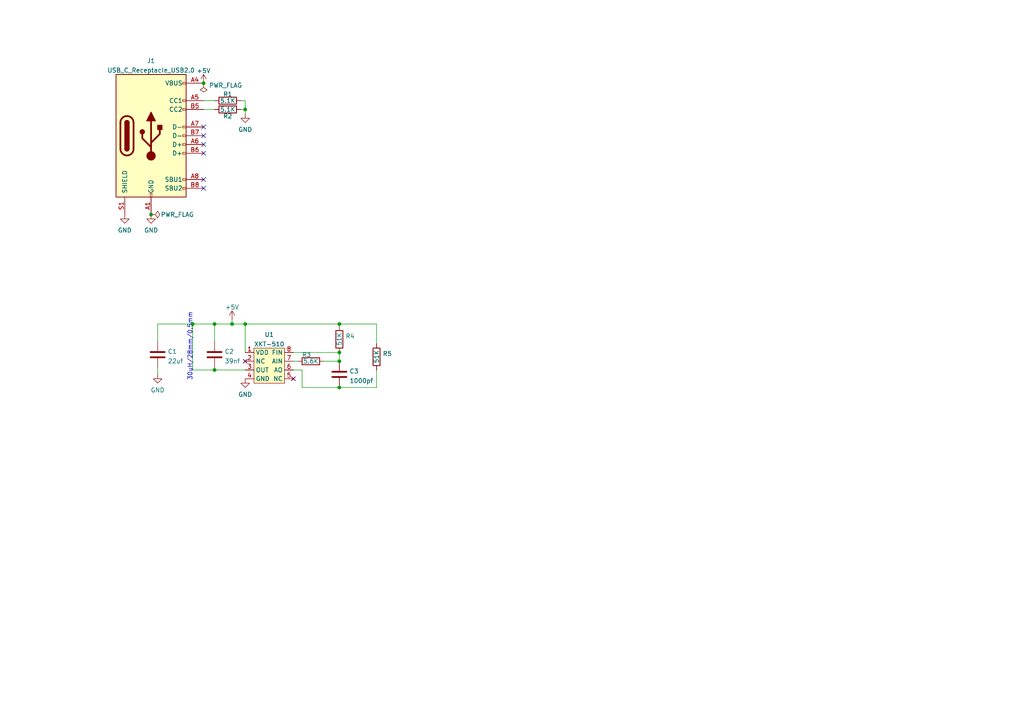
<source format=kicad_sch>
(kicad_sch (version 20210621) (generator eeschema)
  (paper "A4")
  (lib_symbols
    (symbol "Connector:USB_C_Receptacle_USB2.0" (pin_names (offset 1.016))
      (property "Reference" "J" (at -10.16 19.05 0))
      (property "Value" "USB_C_Receptacle_USB2.0" (at 19.05 19.05 0))
      (symbol "USB_C_Receptacle_USB2.0_0_0"
        (rectangle (start -0.254 -17.78) (end 0.254 -16.764))
        (rectangle (start 10.16 -14.986) (end 9.144 -15.494))
        (rectangle (start 10.16 -12.446) (end 9.144 -12.954))
        (rectangle (start 10.16 -4.826) (end 9.144 -5.334))
        (rectangle (start 10.16 -2.286) (end 9.144 -2.794))
        (rectangle (start 10.16 0.254) (end 9.144 -0.254))
        (rectangle (start 10.16 2.794) (end 9.144 2.286))
        (rectangle (start 10.16 7.874) (end 9.144 7.366))
        (rectangle (start 10.16 10.414) (end 9.144 9.906))
        (rectangle (start 10.16 15.494) (end 9.144 14.986))
      )
      (symbol "USB_C_Receptacle_USB2.0_0_1"
        (rectangle (start -10.16 17.78) (end 10.16 -17.78) (stroke (width 0.254)) (fill (type background)))
        (arc (start -8.89 -3.81) (mid -6.985 -5.715) (end -5.08 -3.81) (stroke (width 0.508)))
        (arc (start -7.62 -3.81) (mid -6.985 -4.445) (end -6.35 -3.81) (stroke (width 0.254)))
        (arc (start -7.62 -3.81) (mid -6.985 -4.445) (end -6.35 -3.81) (stroke (width 0.254)) (fill (type outline)))
        (rectangle (start -7.62 -3.81) (end -6.35 3.81) (stroke (width 0.254)) (fill (type outline)))
        (arc (start -6.35 3.81) (mid -6.985 4.445) (end -7.62 3.81) (stroke (width 0.254)))
        (arc (start -6.35 3.81) (mid -6.985 4.445) (end -7.62 3.81) (stroke (width 0.254)) (fill (type outline)))
        (arc (start -5.08 3.81) (mid -6.985 5.715) (end -8.89 3.81) (stroke (width 0.508)))
        (circle (center -2.54 1.143) (radius 0.635) (stroke (width 0.254)) (fill (type outline)))
        (circle (center 0 -5.842) (radius 1.27) (fill (type outline)))
        (polyline (pts (xy -8.89 -3.81) (xy -8.89 3.81)) (stroke (width 0.508)))
        (polyline (pts (xy -5.08 3.81) (xy -5.08 -3.81)) (stroke (width 0.508)))
        (polyline (pts (xy 0 -5.842) (xy 0 4.318)) (stroke (width 0.508)))
        (polyline (pts (xy 0 -3.302) (xy -2.54 -0.762) (xy -2.54 0.508)) (stroke (width 0.508)))
        (polyline (pts (xy 0 -2.032) (xy 2.54 0.508) (xy 2.54 1.778)) (stroke (width 0.508)))
        (polyline (pts (xy -1.27 4.318) (xy 0 6.858) (xy 1.27 4.318) (xy -1.27 4.318)) (stroke (width 0.254)) (fill (type outline)))
        (rectangle (start 1.905 1.778) (end 3.175 3.048) (stroke (width 0.254)) (fill (type outline)))
      )
      (symbol "USB_C_Receptacle_USB2.0_1_1"
        (pin passive line (at 0 -22.86 90) (length 5.08) (name "GND") (number "A1"))
        (pin passive line (at 0 -22.86 90) (length 5.08) hide (name "GND") (number "A12"))
        (pin passive line (at 15.24 15.24 180) (length 5.08) (name "VBUS") (number "A4"))
        (pin bidirectional line (at 15.24 10.16 180) (length 5.08) (name "CC1") (number "A5"))
        (pin bidirectional line (at 15.24 -2.54 180) (length 5.08) (name "D+") (number "A6"))
        (pin bidirectional line (at 15.24 2.54 180) (length 5.08) (name "D-") (number "A7"))
        (pin bidirectional line (at 15.24 -12.7 180) (length 5.08) (name "SBU1") (number "A8"))
        (pin passive line (at 15.24 15.24 180) (length 5.08) hide (name "VBUS") (number "A9"))
        (pin passive line (at 0 -22.86 90) (length 5.08) hide (name "GND") (number "B1"))
        (pin passive line (at 0 -22.86 90) (length 5.08) hide (name "GND") (number "B12"))
        (pin passive line (at 15.24 15.24 180) (length 5.08) hide (name "VBUS") (number "B4"))
        (pin bidirectional line (at 15.24 7.62 180) (length 5.08) (name "CC2") (number "B5"))
        (pin bidirectional line (at 15.24 -5.08 180) (length 5.08) (name "D+") (number "B6"))
        (pin bidirectional line (at 15.24 0 180) (length 5.08) (name "D-") (number "B7"))
        (pin bidirectional line (at 15.24 -15.24 180) (length 5.08) (name "SBU2") (number "B8"))
        (pin passive line (at 15.24 15.24 180) (length 5.08) hide (name "VBUS") (number "B9"))
        (pin passive line (at -7.62 -22.86 90) (length 5.08) (name "SHIELD") (number "S1"))
      )
    )
    (symbol "Device:C" (pin_numbers hide) (pin_names (offset 0.254))
      (property "Reference" "C" (at 0.635 2.54 0))
      (property "Value" "C" (at 0.635 -2.54 0))
      (symbol "C_0_1"
        (polyline (pts (xy -2.032 -0.762) (xy 2.032 -0.762)) (stroke (width 0.508)))
        (polyline (pts (xy -2.032 0.762) (xy 2.032 0.762)) (stroke (width 0.508)))
      )
      (symbol "C_1_1"
        (pin passive line (at 0 3.81 270) (length 2.794) (name "~") (number "1"))
        (pin passive line (at 0 -3.81 90) (length 2.794) (name "~") (number "2"))
      )
    )
    (symbol "Device:R" (pin_numbers hide) (pin_names (offset 0))
      (property "Reference" "R" (at 2.032 0 90))
      (property "Value" "R" (at 0 0 90))
      (symbol "R_0_1"
        (rectangle (start -1.016 -2.54) (end 1.016 2.54) (stroke (width 0.254)))
      )
      (symbol "R_1_1"
        (pin passive line (at 0 3.81 270) (length 1.27) (name "~") (number "1"))
        (pin passive line (at 0 -3.81 90) (length 1.27) (name "~") (number "2"))
      )
    )
    (symbol "chenxuuu_Library:XKT-510"
      (property "Reference" "U" (at 0 0 0))
      (property "Value" "XKT-510" (at 0 0 0))
      (symbol "XKT-510_0_1"
        (rectangle (start -2.54 -2.54) (end 6.35 -12.7) (stroke (width 0.1524)) (fill (type background)))
      )
      (symbol "XKT-510_1_1"
        (pin power_in line (at -5.08 -3.81 0) (length 2.54) (name "VDD") (number "1"))
        (pin no_connect line (at -5.08 -6.35 0) (length 2.54) (name "NC") (number "2"))
        (pin passive line (at -5.08 -8.89 0) (length 2.54) (name "OUT") (number "3"))
        (pin power_in line (at -5.08 -11.43 0) (length 2.54) (name "GND") (number "4"))
        (pin no_connect line (at 8.89 -11.43 180) (length 2.54) (name "NC") (number "5"))
        (pin passive line (at 8.89 -8.89 180) (length 2.54) (name "AO") (number "6"))
        (pin passive line (at 8.89 -6.35 180) (length 2.54) (name "AIN") (number "7"))
        (pin passive line (at 8.89 -3.81 180) (length 2.54) (name "FIN") (number "8"))
      )
    )
    (symbol "power:+5V" (power) (pin_names (offset 0))
      (property "Value" "+5V" (at 0 3.556 0))
      (symbol "+5V_0_1"
        (polyline (pts (xy -0.762 1.27) (xy 0 2.54)))
        (polyline (pts (xy 0 0) (xy 0 2.54)))
        (polyline (pts (xy 0 2.54) (xy 0.762 1.27)))
      )
      (symbol "+5V_1_1"
        (pin power_in line (at 0 0 90) (length 0) hide (name "+5V") (number "1"))
      )
    )
    (symbol "power:GND" (power) (pin_names (offset 0))
      (property "Value" "GND" (at 0 -3.81 0))
      (symbol "GND_0_1"
        (polyline (pts (xy 0 0) (xy 0 -1.27) (xy 1.27 -1.27) (xy 0 -2.54) (xy -1.27 -1.27) (xy 0 -1.27)))
      )
      (symbol "GND_1_1"
        (pin power_in line (at 0 0 270) (length 0) hide (name "GND") (number "1"))
      )
    )
    (symbol "power:PWR_FLAG" (power) (pin_numbers hide) (pin_names (offset 0) hide)
      (property "Value" "PWR_FLAG" (at 0 3.81 0))
      (symbol "PWR_FLAG_0_0"
        (pin power_out line (at 0 0 90) (length 0) (name "pwr") (number "1"))
      )
      (symbol "PWR_FLAG_0_1"
        (polyline (pts (xy 0 0) (xy 0 1.27) (xy -1.016 1.905) (xy 0 2.54) (xy 1.016 1.905) (xy 0 1.27)))
      )
    )
  )
  (junction (at 67.31 93.98))
  (junction (at 43.815 62.23))
  (junction (at 71.12 31.75))
  (junction (at 98.425 102.235))
  (junction (at 98.425 93.98))
  (junction (at 59.055 24.13))
  (junction (at 55.88 93.98))
  (junction (at 98.425 104.775))
  (junction (at 71.12 93.98))
  (junction (at 98.425 112.395))
  (junction (at 62.23 93.98))
  (junction (at 62.23 107.315))
  (no_connect (at 59.055 44.45))
  (no_connect (at 59.055 41.91))
  (no_connect (at 59.055 39.37))
  (no_connect (at 59.055 36.83))
  (no_connect (at 59.055 52.07))
  (no_connect (at 59.055 54.61))
  (no_connect (at 85.09 109.855))
  (no_connect (at 71.12 104.775))
  (wire (pts (xy 69.85 29.21) (xy 71.12 29.21)))
  (wire (pts (xy 71.12 29.21) (xy 71.12 31.75)))
  (wire (pts (xy 45.72 106.68) (xy 45.72 108.585)))
  (wire (pts (xy 62.23 106.68) (xy 62.23 107.315)))
  (wire (pts (xy 62.23 107.315) (xy 71.12 107.315)))
  (wire (pts (xy 69.85 31.75) (xy 71.12 31.75)))
  (wire (pts (xy 71.12 31.75) (xy 71.12 33.02)))
  (wire (pts (xy 62.23 93.98) (xy 67.31 93.98)))
  (wire (pts (xy 67.31 93.98) (xy 71.12 93.98)))
  (wire (pts (xy 62.23 93.98) (xy 62.23 99.06)))
  (wire (pts (xy 59.055 31.75) (xy 62.23 31.75)))
  (wire (pts (xy 67.31 92.71) (xy 67.31 93.98)))
  (wire (pts (xy 98.425 93.98) (xy 98.425 94.615)))
  (wire (pts (xy 87.63 112.395) (xy 98.425 112.395)))
  (wire (pts (xy 85.09 107.315) (xy 87.63 107.315)))
  (wire (pts (xy 87.63 107.315) (xy 87.63 112.395)))
  (wire (pts (xy 109.22 112.395) (xy 98.425 112.395)))
  (wire (pts (xy 109.22 107.315) (xy 109.22 112.395)))
  (wire (pts (xy 55.88 107.315) (xy 62.23 107.315)))
  (wire (pts (xy 55.88 93.98) (xy 55.88 107.315)))
  (wire (pts (xy 85.09 104.775) (xy 86.36 104.775)))
  (wire (pts (xy 71.12 93.98) (xy 71.12 102.235)))
  (wire (pts (xy 71.12 93.98) (xy 98.425 93.98)))
  (wire (pts (xy 109.22 99.695) (xy 109.22 93.98)))
  (wire (pts (xy 98.425 93.98) (xy 109.22 93.98)))
  (wire (pts (xy 98.425 102.235) (xy 98.425 104.775)))
  (wire (pts (xy 45.72 93.98) (xy 55.88 93.98)))
  (wire (pts (xy 45.72 99.06) (xy 45.72 93.98)))
  (wire (pts (xy 55.88 93.98) (xy 62.23 93.98)))
  (wire (pts (xy 85.09 102.235) (xy 98.425 102.235)))
  (wire (pts (xy 93.98 104.775) (xy 98.425 104.775)))
  (wire (pts (xy 59.055 29.21) (xy 62.23 29.21)))
  (text "30uH/28mm/0.5mm" (at 55.88 110.49 90) (effects (font (size 1.27 1.27)) (justify left bottom)))
  (symbol (lib_id "Device:C") (at 45.72 102.87 0) (unit 1)
    (property "Reference" "C1" (at 48.641 101.9615 0) (effects (justify left)))
    (property "Value" "22uf" (at 48.641 104.7366 0) (effects (justify left)))
    (property "Footprint" "Capacitor_SMD:C_0402_1005Metric" (effects hide))
  )
  (symbol (lib_id "power:+5V") (at 67.31 92.71 0) (unit 1)
    (property "Reference" "#PWR05" (effects hide))
    (property "Value" "+5V" (at 67.31 89.1055 0))
  )
  (symbol (lib_id "power:GND") (at 36.195 62.23 0) (unit 1)
    (property "Reference" "#PWR01" (effects hide))
    (property "Value" "GND" (at 36.195 66.7925 0))
  )
  (symbol (lib_id "Device:R") (at 66.04 29.21 90) (unit 1)
    (property "Reference" "R1" (at 66.04 27.305 90))
    (property "Value" "5.1K" (at 66.04 29.21 90))
    (property "Footprint" "Resistor_SMD:R_0402_1005Metric" (effects hide))
  )
  (symbol (lib_id "Device:R") (at 90.17 104.775 90) (unit 1)
    (property "Reference" "R3" (at 88.9 102.87 90))
    (property "Value" "5.6K" (at 90.17 104.775 90))
    (property "Footprint" "Resistor_SMD:R_0402_1005Metric" (effects hide))
  )
  (symbol (lib_id "chenxuuu_Library:XKT-510") (at 76.2 98.425 0) (unit 1)
    (property "Reference" "U1" (at 78.105 97.0493 0))
    (property "Value" "XKT-510" (at 78.105 99.8244 0))
    (property "Footprint" "Package_SO:SOP-8_3.9x4.9mm_P1.27mm" (effects hide))
    (property "Datasheet" "http://www.xktbdt.com/page6?product_id=249" (effects hide))
  )
  (symbol (lib_id "Device:R") (at 66.04 31.75 90) (unit 1)
    (property "Reference" "R2" (at 66.04 33.655 90))
    (property "Value" "5.1K" (at 66.04 31.75 90))
    (property "Footprint" "Resistor_SMD:R_0402_1005Metric" (effects hide))
  )
  (symbol (lib_id "Device:C") (at 98.425 108.585 0) (unit 1)
    (property "Reference" "C3" (at 101.346 107.6765 0) (effects (justify left)))
    (property "Value" "1000pf" (at 101.346 110.4516 0) (effects (justify left)))
    (property "Footprint" "Capacitor_SMD:C_0402_1005Metric" (effects hide))
  )
  (symbol (lib_id "Device:R") (at 98.425 98.425 0) (unit 1)
    (property "Reference" "R4" (at 100.203 97.5165 0) (effects (justify left)))
    (property "Value" "51K" (at 98.425 100.33 90) (effects (justify left)))
    (property "Footprint" "Resistor_SMD:R_0402_1005Metric" (effects hide))
  )
  (symbol (lib_id "Device:R") (at 109.22 103.505 0) (unit 1)
    (property "Reference" "R5" (at 110.998 102.5965 0) (effects (justify left)))
    (property "Value" "51K" (at 109.22 105.41 90) (effects (justify left)))
    (property "Footprint" "Resistor_SMD:R_0402_1005Metric" (effects hide))
  )
  (symbol (lib_id "power:GND") (at 43.815 62.23 0) (unit 1)
    (property "Reference" "#PWR02" (effects hide))
    (property "Value" "GND" (at 43.815 66.7925 0))
  )
  (symbol (lib_id "power:+5V") (at 59.055 24.13 0) (unit 1)
    (property "Reference" "#PWR04" (effects hide))
    (property "Value" "+5V" (at 59.055 20.5255 0))
  )
  (symbol (lib_id "Device:C") (at 62.23 102.87 0) (unit 1)
    (property "Reference" "C2" (at 65.151 101.9615 0) (effects (justify left)))
    (property "Value" "39nf" (at 65.151 104.7366 0) (effects (justify left)))
    (property "Footprint" "Capacitor_SMD:C_0402_1005Metric" (effects hide))
  )
  (symbol (lib_id "Connector:USB_C_Receptacle_USB2.0") (at 43.815 39.37 0) (unit 1)
    (property "Reference" "J1" (at 43.815 17.6235 0))
    (property "Value" "USB_C_Receptacle_USB2.0" (at 43.815 20.3986 0))
    (property "Footprint" "Connector_USB:USB_C_Receptacle_Palconn_UTC16-G" (effects hide))
    (property "Datasheet" "https://www.usb.org/sites/default/files/documents/usb_type-c.zip" (effects hide))
  )
  (symbol (lib_id "power:PWR_FLAG") (at 59.055 24.13 180) (unit 1)
    (property "Reference" "#FLG0101" (effects hide))
    (property "Value" "PWR_FLAG" (at 65.405 24.765 0))
  )
  (symbol (lib_id "power:PWR_FLAG") (at 43.815 62.23 270) (unit 1)
    (property "Reference" "#FLG0102" (effects hide))
    (property "Value" "PWR_FLAG" (at 51.435 62.23 90))
  )
  (symbol (lib_id "power:GND") (at 71.12 109.855 0) (unit 1)
    (property "Reference" "#PWR07" (effects hide))
    (property "Value" "GND" (at 71.12 114.4175 0))
  )
  (symbol (lib_id "power:GND") (at 71.12 33.02 0) (unit 1)
    (property "Reference" "#PWR06" (effects hide))
    (property "Value" "GND" (at 71.12 37.5825 0))
  )
  (symbol (lib_id "power:GND") (at 45.72 108.585 0) (unit 1)
    (property "Reference" "#PWR03" (effects hide))
    (property "Value" "GND" (at 45.72 113.1475 0))
  )
)
</source>
